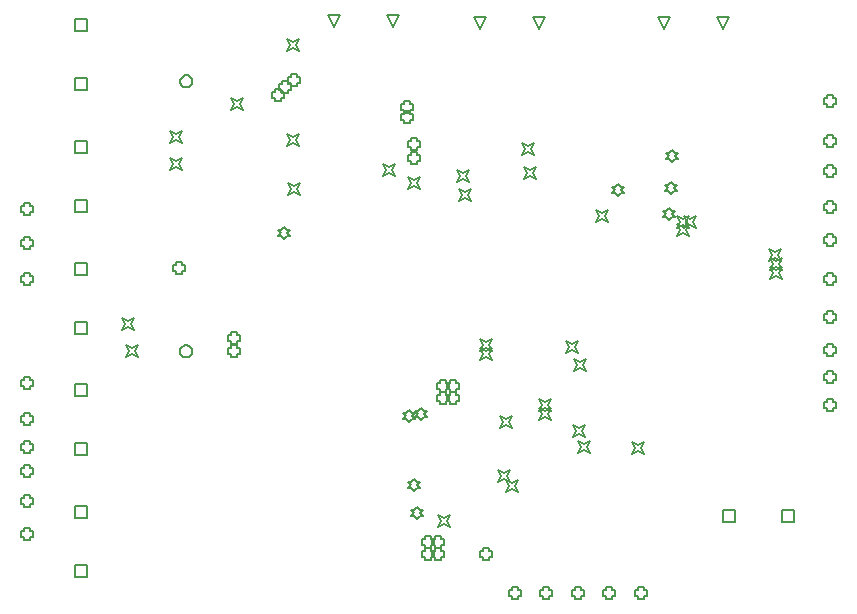
<source format=gbr>
%FSTAX23Y23*%
%MOIN*%
%SFA1B1*%

%IPPOS*%
%ADD137C,0.005000*%
%ADD138C,0.006670*%
%LNpwr_board_final_drawing_1-1*%
%LPD*%
G54D137*
X02434Y00275D02*
Y00315D01*
X02474*
Y00275*
X02434*
X0263D02*
Y00315D01*
X0267*
Y00275*
X0263*
X00275Y0029D02*
Y0033D01*
X00315*
Y0029*
X00275*
Y00093D02*
Y00133D01*
X00315*
Y00093*
X00275*
X01822Y0192D02*
X01802Y0196D01*
X01842*
X01822Y0192*
X01625D02*
X01605Y0196D01*
X01645*
X01625Y0192*
X01335Y01925D02*
X01315Y01965D01*
X01355*
X01335Y01925*
X01139D02*
X01119Y01965D01*
X01159*
X01139Y01925*
X00275Y01911D02*
Y01951D01*
X00315*
Y01911*
X00275*
Y01715D02*
Y01755D01*
X00315*
Y01715*
X00275*
Y01505D02*
Y01545D01*
X00315*
Y01505*
X00275*
Y01308D02*
Y01348D01*
X00315*
Y01308*
X00275*
Y00695D02*
Y00735D01*
X00315*
Y00695*
X00275*
Y00498D02*
Y00538D01*
X00315*
Y00498*
X00275*
X02435Y0192D02*
X02415Y0196D01*
X02455*
X02435Y0192*
X02239D02*
X02219Y0196D01*
X02259*
X02239Y0192*
X00275Y011D02*
Y0114D01*
X00315*
Y011*
X00275*
Y00903D02*
Y00943D01*
X00315*
Y00903*
X00275*
X02083Y01362D02*
X02093Y01372D01*
X02103*
X02093Y01382*
X02103Y01392*
X02093*
X02083Y01402*
X02073Y01392*
X02063*
X02073Y01382*
X02063Y01372*
X02073*
X02083Y01362*
X02261Y01368D02*
X02271Y01378D01*
X02281*
X02271Y01388*
X02281Y01398*
X02271*
X02261Y01408*
X02251Y01398*
X02241*
X02251Y01388*
X02241Y01378*
X02251*
X02261Y01368*
X02256Y01281D02*
X02266Y01291D01*
X02276*
X02266Y01301*
X02276Y01311*
X02266*
X02256Y01321*
X02246Y01311*
X02236*
X02246Y01301*
X02236Y01291*
X02246*
X02256Y01281*
X0228Y01255D02*
X0229Y01275D01*
X0228Y01295*
X023Y01285*
X0232Y01295*
X0231Y01275*
X0232Y01255*
X023Y01265*
X0228Y01255*
Y0123D02*
X0229Y0125D01*
X0228Y0127*
X023Y0126*
X0232Y0127*
X0231Y0125*
X0232Y0123*
X023Y0124*
X0228Y0123*
X02305Y01255D02*
X02315Y01275D01*
X02305Y01295*
X02325Y01285*
X02345Y01295*
X02335Y01275*
X02345Y01255*
X02325Y01265*
X02305Y01255*
X0177Y0142D02*
X0178Y0144D01*
X0177Y0146*
X0179Y0145*
X0181Y0146*
X018Y0144*
X0181Y0142*
X0179Y0143*
X0177Y0142*
X01765Y015D02*
X01775Y0152D01*
X01765Y0154*
X01785Y0153*
X01805Y0154*
X01795Y0152*
X01805Y015*
X01785Y0151*
X01765Y015*
X02265Y01475D02*
X02275Y01485D01*
X02285*
X02275Y01495*
X02285Y01505*
X02275*
X02265Y01515*
X02255Y01505*
X02245*
X02255Y01495*
X02245Y01485*
X02255*
X02265Y01475*
X02589Y01146D02*
X02599Y01166D01*
X02589Y01186*
X02609Y01176*
X02629Y01186*
X02619Y01166*
X02629Y01146*
X02609Y01156*
X02589Y01146*
X0259Y01085D02*
X026Y01105D01*
X0259Y01125*
X0261Y01115*
X0263Y01125*
X0262Y01105*
X0263Y01085*
X0261Y01095*
X0259Y01085*
Y01115D02*
X026Y01135D01*
X0259Y01155*
X0261Y01145*
X0263Y01155*
X0262Y01135*
X0263Y01115*
X0261Y01125*
X0259Y01115*
X0201Y01275D02*
X0202Y01295D01*
X0201Y01315*
X0203Y01305*
X0205Y01315*
X0204Y01295*
X0205Y01275*
X0203Y01285*
X0201Y01275*
X01549Y01408D02*
X01559Y01428D01*
X01549Y01448*
X01569Y01438*
X01589Y01448*
X01579Y01428*
X01589Y01408*
X01569Y01418*
X01549Y01408*
X01556Y01346D02*
X01566Y01366D01*
X01556Y01386*
X01576Y01376*
X01596Y01386*
X01586Y01366*
X01596Y01346*
X01576Y01356*
X01556Y01346*
X00985Y01365D02*
X00995Y01385D01*
X00985Y01405*
X01005Y01395*
X01025Y01405*
X01015Y01385*
X01025Y01365*
X01005Y01375*
X00985Y01365*
X01301Y01428D02*
X01311Y01448D01*
X01301Y01468*
X01321Y01458*
X01341Y01468*
X01331Y01448*
X01341Y01428*
X01321Y01438*
X01301Y01428*
X00795Y00835D02*
Y00825D01*
X00815*
Y00835*
X00825*
Y00855*
X00815*
Y00865*
X00795*
Y00855*
X00785*
Y00835*
X00795*
X00445Y00825D02*
X00455Y00845D01*
X00445Y00865*
X00465Y00855*
X00485Y00865*
X00475Y00845*
X00485Y00825*
X00465Y00835*
X00445Y00825*
X0043Y00915D02*
X0044Y00935D01*
X0043Y00955*
X0045Y00945*
X0047Y00955*
X0046Y00935*
X0047Y00915*
X0045Y00925*
X0043Y00915*
X0098Y0153D02*
X0099Y0155D01*
X0098Y0157*
X01Y0156*
X0102Y0157*
X0101Y0155*
X0102Y0153*
X01Y0154*
X0098Y0153*
X0059Y0145D02*
X006Y0147D01*
X0059Y0149*
X0061Y0148*
X0063Y0149*
X0062Y0147*
X0063Y0145*
X0061Y0146*
X0059Y0145*
Y0154D02*
X006Y0156D01*
X0059Y0158*
X0061Y0157*
X0063Y0158*
X0062Y0156*
X0063Y0154*
X0061Y0155*
X0059Y0154*
X0278Y0167D02*
Y0166D01*
X028*
Y0167*
X0281*
Y0169*
X028*
Y017*
X0278*
Y0169*
X0277*
Y0167*
X0278*
Y01535D02*
Y01525D01*
X028*
Y01535*
X0281*
Y01555*
X028*
Y01565*
X0278*
Y01555*
X0277*
Y01535*
X0278*
Y01435D02*
Y01425D01*
X028*
Y01435*
X0281*
Y01455*
X028*
Y01465*
X0278*
Y01455*
X0277*
Y01435*
X0278*
Y01315D02*
Y01305D01*
X028*
Y01315*
X0281*
Y01335*
X028*
Y01345*
X0278*
Y01335*
X0277*
Y01315*
X0278*
Y01205D02*
Y01195D01*
X028*
Y01205*
X0281*
Y01225*
X028*
Y01235*
X0278*
Y01225*
X0277*
Y01205*
X0278*
Y01075D02*
Y01065D01*
X028*
Y01075*
X0281*
Y01095*
X028*
Y01105*
X0278*
Y01095*
X0277*
Y01075*
X0278*
Y0095D02*
Y0094D01*
X028*
Y0095*
X0281*
Y0097*
X028*
Y0098*
X0278*
Y0097*
X0277*
Y0095*
X0278*
Y0084D02*
Y0083D01*
X028*
Y0084*
X0281*
Y0086*
X028*
Y0087*
X0278*
Y0086*
X0277*
Y0084*
X0278*
Y0075D02*
Y0074D01*
X028*
Y0075*
X0281*
Y0077*
X028*
Y0078*
X0278*
Y0077*
X0277*
Y0075*
X0278*
Y00655D02*
Y00645D01*
X028*
Y00655*
X0281*
Y00675*
X028*
Y00685*
X0278*
Y00675*
X0277*
Y00655*
X0278*
X01429Y00615D02*
X01439Y00625D01*
X01449*
X01439Y00635*
X01449Y00645*
X01439*
X01429Y00655*
X01419Y00645*
X01409*
X01419Y00635*
X01409Y00625*
X01419*
X01429Y00615*
X00105Y0131D02*
Y013D01*
X00125*
Y0131*
X00135*
Y0133*
X00125*
Y0134*
X00105*
Y0133*
X00095*
Y0131*
X00105*
Y01195D02*
Y01185D01*
X00125*
Y01195*
X00135*
Y01215*
X00125*
Y01225*
X00105*
Y01215*
X00095*
Y01195*
X00105*
Y01075D02*
Y01065D01*
X00125*
Y01075*
X00135*
Y01095*
X00125*
Y01105*
X00105*
Y01095*
X00095*
Y01075*
X00105*
Y0073D02*
Y0072D01*
X00125*
Y0073*
X00135*
Y0075*
X00125*
Y0076*
X00105*
Y0075*
X00095*
Y0073*
X00105*
Y0061D02*
Y006D01*
X00125*
Y0061*
X00135*
Y0063*
X00125*
Y0064*
X00105*
Y0063*
X00095*
Y0061*
X00105*
Y00515D02*
Y00505D01*
X00125*
Y00515*
X00135*
Y00535*
X00125*
Y00545*
X00105*
Y00535*
X00095*
Y00515*
X00105*
Y00435D02*
Y00425D01*
X00125*
Y00435*
X00135*
Y00455*
X00125*
Y00465*
X00105*
Y00455*
X00095*
Y00435*
X00105*
Y00335D02*
Y00325D01*
X00125*
Y00335*
X00135*
Y00355*
X00125*
Y00365*
X00105*
Y00355*
X00095*
Y00335*
X00105*
Y00225D02*
Y00215D01*
X00125*
Y00225*
X00135*
Y00245*
X00125*
Y00255*
X00105*
Y00245*
X00095*
Y00225*
X00105*
X0173Y0003D02*
Y0002D01*
X0175*
Y0003*
X0176*
Y0005*
X0175*
Y0006*
X0173*
Y0005*
X0172*
Y0003*
X0173*
X01835D02*
Y0002D01*
X01855*
Y0003*
X01865*
Y0005*
X01855*
Y0006*
X01835*
Y0005*
X01825*
Y0003*
X01835*
X0194D02*
Y0002D01*
X0196*
Y0003*
X0197*
Y0005*
X0196*
Y0006*
X0194*
Y0005*
X0193*
Y0003*
X0194*
X02045D02*
Y0002D01*
X02065*
Y0003*
X02075*
Y0005*
X02065*
Y0006*
X02045*
Y0005*
X02035*
Y0003*
X02045*
X0215D02*
Y0002D01*
X0217*
Y0003*
X0218*
Y0005*
X0217*
Y0006*
X0215*
Y0005*
X0214*
Y0003*
X0215*
X00795Y0088D02*
Y0087D01*
X00815*
Y0088*
X00825*
Y009*
X00815*
Y0091*
X00795*
Y009*
X00785*
Y0088*
X00795*
X0097Y0122D02*
X0098Y0123D01*
X0099*
X0098Y0124*
X0099Y0125*
X0098*
X0097Y0126*
X0096Y0125*
X0095*
X0096Y0124*
X0095Y0123*
X0096*
X0097Y0122*
X01389Y0061D02*
X01399Y0062D01*
X01409*
X01399Y0063*
X01409Y0064*
X01399*
X01389Y0065*
X01379Y0064*
X01369*
X01379Y0063*
X01369Y0062*
X01379*
X01389Y0061*
X01404Y0038D02*
X01414Y0039D01*
X01424*
X01414Y004*
X01424Y0041*
X01414*
X01404Y0042*
X01394Y0041*
X01384*
X01394Y004*
X01384Y0039*
X01394*
X01404Y0038*
X01416Y00284D02*
X01426Y00294D01*
X01436*
X01426Y00304*
X01436Y00314*
X01426*
X01416Y00324*
X01406Y00314*
X01396*
X01406Y00304*
X01396Y00294*
X01406*
X01416Y00284*
X00982Y01845D02*
X00992Y01865D01*
X00982Y01885*
X01002Y01875*
X01022Y01885*
X01012Y01865*
X01022Y01845*
X01002Y01855*
X00982Y01845*
X01937Y0078D02*
X01947Y008D01*
X01937Y0082*
X01957Y0081*
X01977Y0082*
X01967Y008*
X01977Y0078*
X01957Y0079*
X01937Y0078*
X0171Y00375D02*
X0172Y00395D01*
X0171Y00415*
X0173Y00405*
X0175Y00415*
X0174Y00395*
X0175Y00375*
X0173Y00385*
X0171Y00375*
X01685Y0041D02*
X01695Y0043D01*
X01685Y0045*
X01705Y0044*
X01725Y0045*
X01715Y0043*
X01725Y0041*
X01705Y0042*
X01685Y0041*
X0169Y0059D02*
X017Y0061D01*
X0169Y0063*
X0171Y0062*
X0173Y0063*
X0172Y0061*
X0173Y0059*
X0171Y006*
X0169Y0059*
X00965Y01715D02*
Y01705D01*
X00985*
Y01715*
X00995*
Y01735*
X00985*
Y01745*
X00965*
Y01735*
X00955*
Y01715*
X00965*
X01385Y01385D02*
X01395Y01405D01*
X01385Y01425*
X01405Y01415*
X01425Y01425*
X01415Y01405*
X01425Y01385*
X01405Y01395*
X01385Y01385*
X01525Y0068D02*
Y0067D01*
X01545*
Y0068*
X01555*
Y007*
X01545*
Y0071*
X01525*
Y007*
X01515*
Y0068*
X01525*
Y0072D02*
Y0071D01*
X01545*
Y0072*
X01555*
Y0074*
X01545*
Y0075*
X01525*
Y0074*
X01515*
Y0072*
X01525*
X01475Y002D02*
Y0019D01*
X01495*
Y002*
X01505*
Y0022*
X01495*
Y0023*
X01475*
Y0022*
X01465*
Y002*
X01475*
X0144D02*
Y0019D01*
X0146*
Y002*
X0147*
Y0022*
X0146*
Y0023*
X0144*
Y0022*
X0143*
Y002*
X0144*
X00995Y0174D02*
Y0173D01*
X01015*
Y0174*
X01025*
Y0176*
X01015*
Y0177*
X00995*
Y0176*
X00985*
Y0174*
X00995*
X0094Y0169D02*
Y0168D01*
X0096*
Y0169*
X0097*
Y0171*
X0096*
Y0172*
X0094*
Y0171*
X0093*
Y0169*
X0094*
X0191Y0084D02*
X0192Y0086D01*
X0191Y0088*
X0193Y0087*
X0195Y0088*
X0194Y0086*
X0195Y0084*
X0193Y0085*
X0191Y0084*
X01625Y00815D02*
X01635Y00835D01*
X01625Y00855*
X01645Y00845*
X01665Y00855*
X01655Y00835*
X01665Y00815*
X01645Y00825*
X01625Y00815*
X0182Y00615D02*
X0183Y00635D01*
X0182Y00655*
X0184Y00645*
X0186Y00655*
X0185Y00635*
X0186Y00615*
X0184Y00625*
X0182Y00615*
X00794Y0165D02*
X00804Y0167D01*
X00794Y0169*
X00814Y0168*
X00834Y0169*
X00824Y0167*
X00834Y0165*
X00814Y0166*
X00794Y0165*
X01635Y0016D02*
Y0015D01*
X01655*
Y0016*
X01665*
Y0018*
X01655*
Y0019*
X01635*
Y0018*
X01625*
Y0016*
X01635*
X01475D02*
Y0015D01*
X01495*
Y0016*
X01505*
Y0018*
X01495*
Y0019*
X01475*
Y0018*
X01465*
Y0016*
X01475*
X0144D02*
Y0015D01*
X0146*
Y0016*
X0147*
Y0018*
X0146*
Y0019*
X0144*
Y0018*
X0143*
Y0016*
X0144*
X0195Y00505D02*
X0196Y00525D01*
X0195Y00545*
X0197Y00535*
X0199Y00545*
X0198Y00525*
X0199Y00505*
X0197Y00515*
X0195Y00505*
X01933Y00559D02*
X01943Y00579D01*
X01933Y00599*
X01953Y00589*
X01973Y00599*
X01963Y00579*
X01973Y00559*
X01953Y00569*
X01933Y00559*
X01485Y00259D02*
X01495Y00279D01*
X01485Y00299*
X01505Y00289*
X01525Y00299*
X01515Y00279*
X01525Y00259*
X01505Y00269*
X01485Y00259*
X0137Y0165D02*
Y0164D01*
X0139*
Y0165*
X014*
Y0167*
X0139*
Y0168*
X0137*
Y0167*
X0136*
Y0165*
X0137*
Y01615D02*
Y01605D01*
X0139*
Y01615*
X014*
Y01635*
X0139*
Y01645*
X0137*
Y01635*
X0136*
Y01615*
X0137*
X01395Y0148D02*
Y0147D01*
X01415*
Y0148*
X01425*
Y015*
X01415*
Y0151*
X01395*
Y015*
X01385*
Y0148*
X01395*
Y01525D02*
Y01515D01*
X01415*
Y01525*
X01425*
Y01545*
X01415*
Y01555*
X01395*
Y01545*
X01385*
Y01525*
X01395*
X0182Y00645D02*
X0183Y00665D01*
X0182Y00685*
X0184Y00675*
X0186Y00685*
X0185Y00665*
X0186Y00645*
X0184Y00655*
X0182Y00645*
X01625Y00845D02*
X01635Y00865D01*
X01625Y00885*
X01645Y00875*
X01665Y00885*
X01655Y00865*
X01665Y00845*
X01645Y00855*
X01625Y00845*
X0149Y0068D02*
Y0067D01*
X0151*
Y0068*
X0152*
Y007*
X0151*
Y0071*
X0149*
Y007*
X0148*
Y0068*
X0149*
Y0072D02*
Y0071D01*
X0151*
Y0072*
X0152*
Y0074*
X0151*
Y0075*
X0149*
Y0074*
X0148*
Y0072*
X0149*
X00612Y01111D02*
Y01101D01*
X00632*
Y01111*
X00642*
Y01131*
X00632*
Y01141*
X00612*
Y01131*
X00602*
Y01111*
X00612*
X02131Y00502D02*
X02141Y00522D01*
X02131Y00542*
X02151Y00532*
X02171Y00542*
X02161Y00522*
X02171Y00502*
X02151Y00512*
X02131Y00502*
G54D138*
X00665Y00845D02*
D01*
X00664Y00846*
X00664Y00847*
X00664Y00849*
X00664Y0085*
X00663Y00851*
X00663Y00853*
X00662Y00854*
X00661Y00855*
X00661Y00856*
X0066Y00857*
X00659Y00858*
X00658Y00859*
X00657Y0086*
X00656Y00861*
X00655Y00862*
X00653Y00862*
X00652Y00863*
X00651Y00864*
X00649Y00864*
X00648Y00864*
X00647Y00864*
X00645Y00864*
X00644*
X00642Y00864*
X00641Y00864*
X0064Y00864*
X00638Y00864*
X00637Y00863*
X00636Y00862*
X00635Y00862*
X00633Y00861*
X00632Y0086*
X00631Y00859*
X0063Y00858*
X00629Y00857*
X00628Y00856*
X00628Y00855*
X00627Y00854*
X00626Y00853*
X00626Y00851*
X00625Y0085*
X00625Y00849*
X00625Y00847*
X00625Y00846*
X00625Y00845*
X00625Y00843*
X00625Y00842*
X00625Y0084*
X00625Y00839*
X00626Y00838*
X00626Y00836*
X00627Y00835*
X00628Y00834*
X00628Y00833*
X00629Y00832*
X0063Y00831*
X00631Y0083*
X00632Y00829*
X00633Y00828*
X00635Y00827*
X00636Y00827*
X00637Y00826*
X00638Y00825*
X0064Y00825*
X00641Y00825*
X00642Y00825*
X00644Y00825*
X00645*
X00647Y00825*
X00648Y00825*
X00649Y00825*
X00651Y00825*
X00652Y00826*
X00653Y00827*
X00655Y00827*
X00656Y00828*
X00657Y00829*
X00658Y0083*
X00659Y00831*
X0066Y00832*
X00661Y00833*
X00661Y00834*
X00662Y00835*
X00663Y00836*
X00663Y00838*
X00664Y00839*
X00664Y0084*
X00664Y00842*
X00664Y00843*
X00665Y00845*
X00665Y01745D02*
D01*
X00665Y01746*
X00665Y01747*
X00665Y01749*
X00664Y0175*
X00664Y01751*
X00663Y01753*
X00663Y01754*
X00662Y01755*
X00661Y01756*
X0066Y01757*
X00659Y01758*
X00658Y01759*
X00657Y0176*
X00656Y01761*
X00655Y01762*
X00654Y01762*
X00653Y01763*
X00651Y01764*
X0065Y01764*
X00648Y01764*
X00647Y01764*
X00646Y01764*
X00644*
X00643Y01764*
X00642Y01764*
X0064Y01764*
X00639Y01764*
X00638Y01763*
X00636Y01762*
X00635Y01762*
X00634Y01761*
X00633Y0176*
X00632Y01759*
X00631Y01758*
X0063Y01757*
X00629Y01756*
X00628Y01755*
X00627Y01754*
X00627Y01753*
X00626Y01751*
X00626Y0175*
X00625Y01749*
X00625Y01747*
X00625Y01746*
X00625Y01745*
X00625Y01743*
X00625Y01742*
X00625Y0174*
X00626Y01739*
X00626Y01738*
X00627Y01736*
X00627Y01735*
X00628Y01734*
X00629Y01733*
X0063Y01732*
X00631Y01731*
X00632Y0173*
X00633Y01729*
X00634Y01728*
X00635Y01727*
X00636Y01727*
X00638Y01726*
X00639Y01725*
X0064Y01725*
X00642Y01725*
X00643Y01725*
X00644Y01725*
X00646*
X00647Y01725*
X00648Y01725*
X0065Y01725*
X00651Y01725*
X00653Y01726*
X00654Y01727*
X00655Y01727*
X00656Y01728*
X00657Y01729*
X00658Y0173*
X00659Y01731*
X0066Y01732*
X00661Y01733*
X00662Y01734*
X00663Y01735*
X00663Y01736*
X00664Y01738*
X00664Y01739*
X00665Y0174*
X00665Y01742*
X00665Y01743*
X00665Y01745*
M02*
</source>
